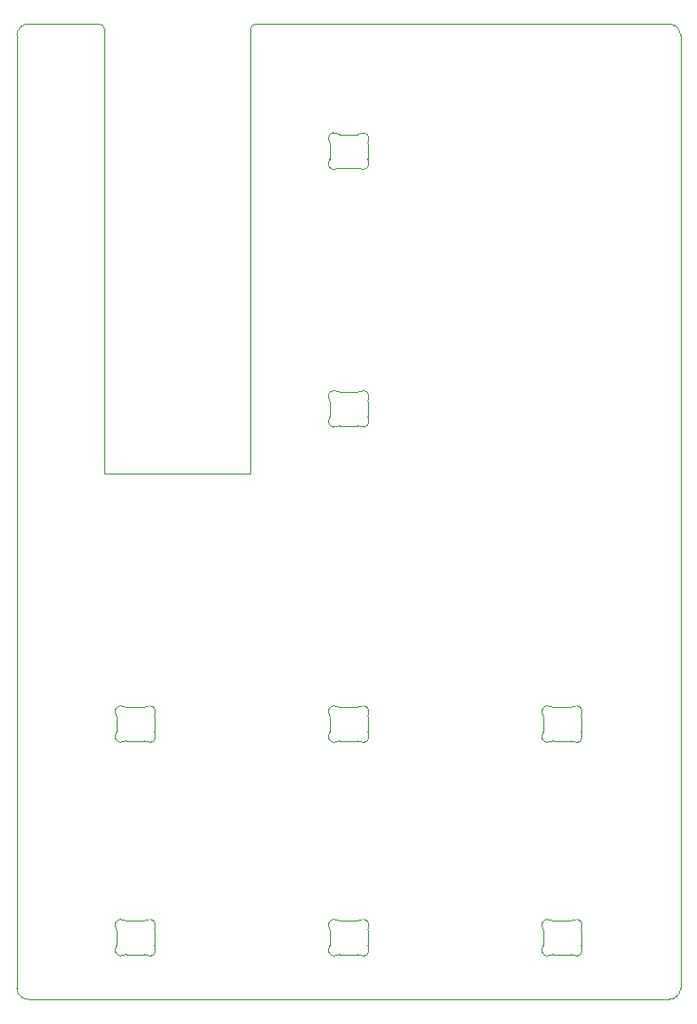
<source format=gm1>
%TF.GenerationSoftware,KiCad,Pcbnew,(6.0.4)*%
%TF.CreationDate,2022-04-07T14:17:58+02:00*%
%TF.ProjectId,Little Big Scroll 6,4c697474-6c65-4204-9269-67205363726f,v1.01*%
%TF.SameCoordinates,Original*%
%TF.FileFunction,Profile,NP*%
%FSLAX46Y46*%
G04 Gerber Fmt 4.6, Leading zero omitted, Abs format (unit mm)*
G04 Created by KiCad (PCBNEW (6.0.4)) date 2022-04-07 14:17:58*
%MOMM*%
%LPD*%
G01*
G04 APERTURE LIST*
%TA.AperFunction,Profile*%
%ADD10C,0.050000*%
%TD*%
%TA.AperFunction,Profile*%
%ADD11C,0.100000*%
%TD*%
G04 APERTURE END LIST*
D10*
X139890000Y-46780000D02*
G75*
G03*
X138890000Y-45780000I-1000000J0D01*
G01*
X138890000Y-132790000D02*
G75*
G03*
X139890000Y-131790000I0J1000000D01*
G01*
X101485000Y-85850000D02*
X101485000Y-46280000D01*
X139890000Y-46780000D02*
X139890000Y-131790000D01*
X101985000Y-45780000D02*
X138890000Y-45780000D01*
X81650000Y-45780000D02*
G75*
G03*
X80650000Y-46780000I0J-1000000D01*
G01*
X80647107Y-131790000D02*
X80650000Y-46780000D01*
X88485000Y-46280000D02*
G75*
G03*
X87985000Y-45780000I-500000J0D01*
G01*
X80647100Y-131790000D02*
G75*
G03*
X81647107Y-132790000I1000000J0D01*
G01*
X101985000Y-45780000D02*
G75*
G03*
X101485000Y-46280000I0J-500000D01*
G01*
X88485000Y-46280000D02*
X88485000Y-85850000D01*
X88485000Y-85850000D02*
X101485000Y-85850000D01*
X81650000Y-45780000D02*
X87985000Y-45780000D01*
X138890000Y-132790000D02*
X81647107Y-132790000D01*
D11*
X92014453Y-106740000D02*
G75*
G03*
X92266711Y-106671701I-3J500010D01*
G01*
X89470516Y-109159719D02*
G75*
G03*
X89520001Y-108942842I-450505J216876D01*
G01*
X92969486Y-107320280D02*
G75*
G03*
X92919999Y-107537156I450414J-216860D01*
G01*
X89520001Y-107537157D02*
G75*
G03*
X89470516Y-107320279I-499990J2D01*
G01*
X92266711Y-109808298D02*
G75*
G03*
X92014452Y-109739999I-252261J-431712D01*
G01*
X90425548Y-109739999D02*
G75*
G03*
X90173290Y-109808298I3J-500009D01*
G01*
X89470516Y-109159719D02*
G75*
G03*
X90173289Y-109808296I450515J-216877D01*
G01*
X90173289Y-106671700D02*
G75*
G03*
X90425547Y-106739999I252261J431710D01*
G01*
X92919985Y-108942841D02*
G75*
G03*
X92969484Y-109159719I499615J-59D01*
G01*
X90173289Y-106671700D02*
G75*
G03*
X89470516Y-107320279I-252258J-431701D01*
G01*
X92266711Y-109808298D02*
G75*
G03*
X92969484Y-109159718I252259J431700D01*
G01*
X92969484Y-107320279D02*
G75*
G03*
X92266711Y-106671701I-450514J216879D01*
G01*
X90425548Y-106740000D02*
X92014453Y-106740000D01*
X92014452Y-109739999D02*
X90425548Y-109739999D01*
X89520001Y-108942841D02*
X89520001Y-107537157D01*
X92919999Y-107537157D02*
X92919999Y-108942841D01*
X111969999Y-107537157D02*
X111969999Y-108942841D01*
X108570001Y-108942841D02*
X108570001Y-107537157D01*
X111064452Y-109739999D02*
X109475548Y-109739999D01*
X109475548Y-106740000D02*
X111064453Y-106740000D01*
X111316711Y-109808298D02*
G75*
G03*
X112019484Y-109159718I252259J431700D01*
G01*
X111969985Y-108942841D02*
G75*
G03*
X112019484Y-109159719I499615J-59D01*
G01*
X112019486Y-107320280D02*
G75*
G03*
X111969999Y-107537156I450414J-216860D01*
G01*
X108520516Y-109159719D02*
G75*
G03*
X109223289Y-109808296I450515J-216877D01*
G01*
X109223289Y-106671700D02*
G75*
G03*
X108520516Y-107320279I-252258J-431701D01*
G01*
X111064453Y-106740000D02*
G75*
G03*
X111316711Y-106671701I-3J500010D01*
G01*
X109223289Y-106671700D02*
G75*
G03*
X109475547Y-106739999I252261J431710D01*
G01*
X112019484Y-107320279D02*
G75*
G03*
X111316711Y-106671701I-450514J216879D01*
G01*
X108520516Y-109159719D02*
G75*
G03*
X108570001Y-108942842I-450505J216876D01*
G01*
X111316711Y-109808298D02*
G75*
G03*
X111064452Y-109739999I-252261J-431712D01*
G01*
X108570001Y-107537157D02*
G75*
G03*
X108520516Y-107320279I-499990J2D01*
G01*
X109475548Y-109739999D02*
G75*
G03*
X109223290Y-109808298I3J-500009D01*
G01*
X127620001Y-108942841D02*
X127620001Y-107537157D01*
X128525548Y-106740000D02*
X130114453Y-106740000D01*
X131019999Y-107537157D02*
X131019999Y-108942841D01*
X130114452Y-109739999D02*
X128525548Y-109739999D01*
X127570516Y-109159719D02*
G75*
G03*
X127620001Y-108942842I-450505J216876D01*
G01*
X130366711Y-109808298D02*
G75*
G03*
X131069484Y-109159718I252259J431700D01*
G01*
X130114453Y-106740000D02*
G75*
G03*
X130366711Y-106671701I-3J500010D01*
G01*
X127570516Y-109159719D02*
G75*
G03*
X128273289Y-109808296I450515J-216877D01*
G01*
X131069486Y-107320280D02*
G75*
G03*
X131019999Y-107537156I450414J-216860D01*
G01*
X128525548Y-109739999D02*
G75*
G03*
X128273290Y-109808298I3J-500009D01*
G01*
X128273289Y-106671700D02*
G75*
G03*
X127570516Y-107320279I-252258J-431701D01*
G01*
X130366711Y-109808298D02*
G75*
G03*
X130114452Y-109739999I-252261J-431712D01*
G01*
X131069484Y-107320279D02*
G75*
G03*
X130366711Y-106671701I-450514J216879D01*
G01*
X128273289Y-106671700D02*
G75*
G03*
X128525547Y-106739999I252261J431710D01*
G01*
X131019985Y-108942841D02*
G75*
G03*
X131069484Y-109159719I499615J-59D01*
G01*
X127620001Y-107537157D02*
G75*
G03*
X127570516Y-107320279I-499990J2D01*
G01*
X92919999Y-126587157D02*
X92919999Y-127992841D01*
X92014452Y-128789999D02*
X90425548Y-128789999D01*
X89520001Y-127992841D02*
X89520001Y-126587157D01*
X90425548Y-125790000D02*
X92014453Y-125790000D01*
X89470516Y-128209719D02*
G75*
G03*
X90173289Y-128858296I450515J-216877D01*
G01*
X92919985Y-127992841D02*
G75*
G03*
X92969484Y-128209719I499615J-59D01*
G01*
X90173289Y-125721700D02*
G75*
G03*
X89470516Y-126370279I-252258J-431701D01*
G01*
X92014453Y-125790000D02*
G75*
G03*
X92266711Y-125721701I-3J500010D01*
G01*
X92266711Y-128858298D02*
G75*
G03*
X92014452Y-128789999I-252261J-431712D01*
G01*
X92969484Y-126370279D02*
G75*
G03*
X92266711Y-125721701I-450514J216879D01*
G01*
X90173289Y-125721700D02*
G75*
G03*
X90425547Y-125789999I252261J431710D01*
G01*
X92969486Y-126370280D02*
G75*
G03*
X92919999Y-126587156I450414J-216860D01*
G01*
X89470516Y-128209719D02*
G75*
G03*
X89520001Y-127992842I-450505J216876D01*
G01*
X92266711Y-128858298D02*
G75*
G03*
X92969484Y-128209718I252259J431700D01*
G01*
X90425548Y-128789999D02*
G75*
G03*
X90173290Y-128858298I3J-500009D01*
G01*
X89520001Y-126587157D02*
G75*
G03*
X89470516Y-126370279I-499990J2D01*
G01*
X111064452Y-128789999D02*
X109475548Y-128789999D01*
X108570001Y-127992841D02*
X108570001Y-126587157D01*
X111969999Y-126587157D02*
X111969999Y-127992841D01*
X109475548Y-125790000D02*
X111064453Y-125790000D01*
X111316711Y-128858298D02*
G75*
G03*
X111064452Y-128789999I-252261J-431712D01*
G01*
X109223289Y-125721700D02*
G75*
G03*
X109475547Y-125789999I252261J431710D01*
G01*
X112019486Y-126370280D02*
G75*
G03*
X111969999Y-126587156I450414J-216860D01*
G01*
X109223289Y-125721700D02*
G75*
G03*
X108520516Y-126370279I-252258J-431701D01*
G01*
X111064453Y-125790000D02*
G75*
G03*
X111316711Y-125721701I-3J500010D01*
G01*
X108520516Y-128209719D02*
G75*
G03*
X108570001Y-127992842I-450505J216876D01*
G01*
X108570001Y-126587157D02*
G75*
G03*
X108520516Y-126370279I-499990J2D01*
G01*
X109475548Y-128789999D02*
G75*
G03*
X109223290Y-128858298I3J-500009D01*
G01*
X108520516Y-128209719D02*
G75*
G03*
X109223289Y-128858296I450515J-216877D01*
G01*
X111316711Y-128858298D02*
G75*
G03*
X112019484Y-128209718I252259J431700D01*
G01*
X111969985Y-127992841D02*
G75*
G03*
X112019484Y-128209719I499615J-59D01*
G01*
X112019484Y-126370279D02*
G75*
G03*
X111316711Y-125721701I-450514J216879D01*
G01*
X127620001Y-127992841D02*
X127620001Y-126587157D01*
X131019999Y-126587157D02*
X131019999Y-127992841D01*
X128525548Y-125790000D02*
X130114453Y-125790000D01*
X130114452Y-128789999D02*
X128525548Y-128789999D01*
X127620001Y-126587157D02*
G75*
G03*
X127570516Y-126370279I-499990J2D01*
G01*
X130114453Y-125790000D02*
G75*
G03*
X130366711Y-125721701I-3J500010D01*
G01*
X128273289Y-125721700D02*
G75*
G03*
X128525547Y-125789999I252261J431710D01*
G01*
X128525548Y-128789999D02*
G75*
G03*
X128273290Y-128858298I3J-500009D01*
G01*
X131069484Y-126370279D02*
G75*
G03*
X130366711Y-125721701I-450514J216879D01*
G01*
X127570516Y-128209719D02*
G75*
G03*
X127620001Y-127992842I-450505J216876D01*
G01*
X128273289Y-125721700D02*
G75*
G03*
X127570516Y-126370279I-252258J-431701D01*
G01*
X131019985Y-127992841D02*
G75*
G03*
X131069484Y-128209719I499615J-59D01*
G01*
X131069486Y-126370280D02*
G75*
G03*
X131019999Y-126587156I450414J-216860D01*
G01*
X130366711Y-128858298D02*
G75*
G03*
X130114452Y-128789999I-252261J-431712D01*
G01*
X130366711Y-128858298D02*
G75*
G03*
X131069484Y-128209718I252259J431700D01*
G01*
X127570516Y-128209719D02*
G75*
G03*
X128273289Y-128858296I450515J-216877D01*
G01*
X108570001Y-57822843D02*
X108570001Y-56417159D01*
X111064452Y-58620000D02*
X109475547Y-58620000D01*
X109475548Y-55620001D02*
X111064452Y-55620001D01*
X111969999Y-56417159D02*
X111969999Y-57822843D01*
X109223289Y-55551702D02*
G75*
G03*
X109475548Y-55620001I252261J431712D01*
G01*
X108570015Y-56417159D02*
G75*
G03*
X108520516Y-56200281I-499615J59D01*
G01*
X108520514Y-58039720D02*
G75*
G03*
X108570001Y-57822844I-450414J216860D01*
G01*
X109223289Y-55551702D02*
G75*
G03*
X108520516Y-56200282I-252259J-431700D01*
G01*
X111316711Y-58688300D02*
G75*
G03*
X111064453Y-58620001I-252261J-431710D01*
G01*
X112019484Y-56200281D02*
G75*
G03*
X111969999Y-56417158I450505J-216876D01*
G01*
X108520516Y-58039721D02*
G75*
G03*
X109223289Y-58688299I450514J-216879D01*
G01*
X111316711Y-58688300D02*
G75*
G03*
X112019484Y-58039721I252258J431701D01*
G01*
X109475547Y-58620000D02*
G75*
G03*
X109223289Y-58688299I3J-500010D01*
G01*
X111064452Y-55620001D02*
G75*
G03*
X111316710Y-55551702I-3J500009D01*
G01*
X112019484Y-56200281D02*
G75*
G03*
X111316711Y-55551704I-450515J216877D01*
G01*
X111969999Y-57822843D02*
G75*
G03*
X112019484Y-58039721I499990J-2D01*
G01*
X111969999Y-79412159D02*
X111969999Y-80817843D01*
X109475548Y-78615001D02*
X111064452Y-78615001D01*
X111064452Y-81615000D02*
X109475547Y-81615000D01*
X108570001Y-80817843D02*
X108570001Y-79412159D01*
X112019484Y-79195281D02*
G75*
G03*
X111969999Y-79412158I450505J-216876D01*
G01*
X112019484Y-79195281D02*
G75*
G03*
X111316711Y-78546704I-450515J216877D01*
G01*
X108520516Y-81034721D02*
G75*
G03*
X109223289Y-81683299I450514J-216879D01*
G01*
X108520514Y-81034720D02*
G75*
G03*
X108570001Y-80817844I-450414J216860D01*
G01*
X111316711Y-81683300D02*
G75*
G03*
X112019484Y-81034721I252258J431701D01*
G01*
X109223289Y-78546702D02*
G75*
G03*
X108520516Y-79195282I-252259J-431700D01*
G01*
X108570015Y-79412159D02*
G75*
G03*
X108520516Y-79195281I-499615J59D01*
G01*
X109475547Y-81615000D02*
G75*
G03*
X109223289Y-81683299I3J-500010D01*
G01*
X111969999Y-80817843D02*
G75*
G03*
X112019484Y-81034721I499990J-2D01*
G01*
X109223289Y-78546702D02*
G75*
G03*
X109475548Y-78615001I252261J431712D01*
G01*
X111316711Y-81683300D02*
G75*
G03*
X111064453Y-81615001I-252261J-431710D01*
G01*
X111064452Y-78615001D02*
G75*
G03*
X111316710Y-78546702I-3J500009D01*
G01*
M02*

</source>
